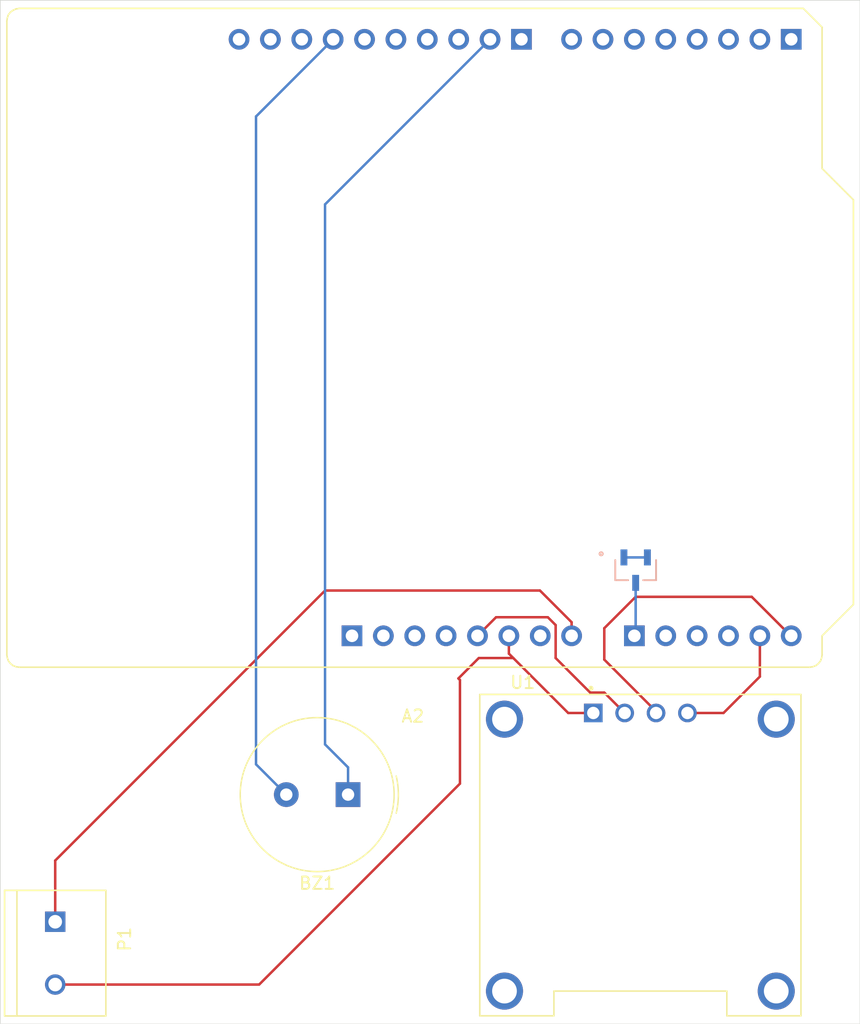
<source format=kicad_pcb>
(kicad_pcb (version 20240108) (generator "pcbnew") (generator_version "8.0")
  (layers (0 "F.Cu" signal) (31 "B.Cu" signal) (34 "B.Paste" user) (35 "F.Paste" user) (36 "B.SilkS" user "B.Silkscreen") (37 "F.SilkS" user "F.Silkscreen") (38 "B.Mask" user) (39 "F.Mask" user) (44 "Edge.Cuts" user))
  (net 0 "")
  (net 1 "Net-(U1-SCL)")
  (net 2 "Net-(U1-SDA)")
  (net 3 "Net-(BZ1--)")
  (net 4 "Net-(U1-GND)")
  (net 9 "Net-(BZ1-+)")
  (net 20 "Net-(U1-VCC_IN)")
  (net 21 "Net-(U2-P1)")
  (net 23 "Net-(A2-PadVIN)")
  (net 24 "Net-(U2-P3)")
  (footprint "ardui o:ARDUINO_A000066" (layer "F.Cu") (at 112.522 102.108)
    (property "Reference" "A2" (at -1.397 30.607 0) (layer "F.SilkS"))
    (property "Value" "A000066")
    (fp_line (start -34.2673 -25.6337) (end -34.225 -25.9087) (stroke (width 0.127)) (layer "F.SilkS"))
    (fp_line (start -34.2673 25.6562) (end -34.2673 -25.6337) (stroke (width 0.127)) (layer "F.SilkS"))
    (fp_line (start -34.225 -25.9087) (end -34.1403 -26.1415) (stroke (width 0.127)) (layer "F.SilkS"))
    (fp_line (start -34.225 25.9101) (end -34.2673 25.6562) (stroke (width 0.127)) (layer "F.SilkS"))
    (fp_line (start -34.1403 -26.1415) (end -33.9711 -26.3531) (stroke (width 0.127)) (layer "F.SilkS"))
    (fp_line (start -34.1403 26.1429) (end -34.225 25.9101) (stroke (width 0.127)) (layer "F.SilkS"))
    (fp_line (start -33.9711 -26.3531) (end -33.7595 -26.5012) (stroke (width 0.127)) (layer "F.SilkS"))
    (fp_line (start -33.9711 26.3545) (end -34.1403 26.1429) (stroke (width 0.127)) (layer "F.SilkS"))
    (fp_line (start -33.7595 -26.5012) (end -33.5267 -26.607) (stroke (width 0.127)) (layer "F.SilkS"))
    (fp_line (start -33.7595 26.5237) (end -33.9711 26.3545) (stroke (width 0.127)) (layer "F.SilkS"))
    (fp_line (start -33.5267 -26.607) (end -33.2728 -26.6493) (stroke (width 0.127)) (layer "F.SilkS"))
    (fp_line (start -33.5267 26.6084) (end -33.7595 26.5237) (stroke (width 0.127)) (layer "F.SilkS"))
    (fp_line (start -33.2728 -26.6493) (end 30.2047 -26.6493) (stroke (width 0.127)) (layer "F.SilkS"))
    (fp_line (start -33.2728 26.6507) (end -33.5267 26.6084) (stroke (width 0.127)) (layer "F.SilkS"))
    (fp_line (start 30.2047 -26.6493) (end 31.7282 -25.1258) (stroke (width 0.127)) (layer "F.SilkS"))
    (fp_line (start 30.7337 26.6507) (end -33.2728 26.6507) (stroke (width 0.127)) (layer "F.SilkS"))
    (fp_line (start 30.9876 26.6084) (end 30.7337 26.6507) (stroke (width 0.127)) (layer "F.SilkS"))
    (fp_line (start 31.2204 26.5237) (end 30.9876 26.6084) (stroke (width 0.127)) (layer "F.SilkS"))
    (fp_line (start 31.432 26.3545) (end 31.2204 26.5237) (stroke (width 0.127)) (layer "F.SilkS"))
    (fp_line (start 31.6013 26.1429) (end 31.432 26.3545) (stroke (width 0.127)) (layer "F.SilkS"))
    (fp_line (start 31.6859 25.9101) (end 31.6013 26.1429) (stroke (width 0.127)) (layer "F.SilkS"))
    (fp_line (start 31.7282 -25.1258) (end 31.7282 -13.6999) (stroke (width 0.127)) (layer "F.SilkS"))
    (fp_line (start 31.7282 -13.6999) (end 34.2673 -11.1608) (stroke (width 0.127)) (layer "F.SilkS"))
    (fp_line (start 31.7282 24.1116) (end 31.7282 25.6562) (stroke (width 0.127)) (layer "F.SilkS"))
    (fp_line (start 31.7282 25.6562) (end 31.6859 25.9101) (stroke (width 0.127)) (layer "F.SilkS"))
    (fp_line (start 34.2673 -11.1608) (end 34.2673 21.5725) (stroke (width 0.127)) (layer "F.SilkS"))
    (fp_line (start 34.2673 21.5725) (end 31.7282 24.1116) (stroke (width 0.127)) (layer "F.SilkS"))
    (pad "" np_thru_hole circle (at -20.2973 24.1093) (size 3.3 3.3) (drill 3.3) (layers "*.Cu" "*.Mask"))
    (pad "" np_thru_hole circle (at -19.0273 -24.1507) (size 3.3 3.3) (drill 3.3) (layers "*.Cu" "*.Mask"))
    (pad "" np_thru_hole circle (at 31.7727 -8.91069) (size 3.3 3.3) (drill 3.3) (layers "*.Cu" "*.Mask"))
    (pad "" np_thru_hole circle (at 31.7727 19.0293) (size 3.3 3.3) (drill 3.3) (layers "*.Cu" "*.Mask"))
    (pad "3V3" thru_hole circle (at 1.29269 24.1093) (size 1.6764 1.6764) (drill 1.016) (layers "*.Cu" "*.Mask"))
    (pad "5V" thru_hole circle (at 3.83269 24.1093) (size 1.6764 1.6764) (drill 1.016) (layers "*.Cu" "*.Mask") (net 20 "Net-(U1-VCC_IN)"))
    (pad "A0" thru_hole rect (at 16.5327 24.1093) (size 1.6764 1.6764) (drill 1.016) (layers "*.Cu" "*.Mask") (net 24 "Net-(U2-P3)"))
    (pad "A1" thru_hole circle (at 19.0727 24.1093) (size 1.6764 1.6764) (drill 1.016) (layers "*.Cu" "*.Mask"))
    (pad "A2" thru_hole circle (at 21.6127 24.1093) (size 1.6764 1.6764) (drill 1.016) (layers "*.Cu" "*.Mask"))
    (pad "A3" thru_hole circle (at 24.1527 24.1093) (size 1.6764 1.6764) (drill 1.016) (layers "*.Cu" "*.Mask"))
    (pad "A4" thru_hole circle (at 26.6927 24.1093) (size 1.6764 1.6764) (drill 1.016) (layers "*.Cu" "*.Mask") (net 2 "Net-(U1-SDA)"))
    (pad "A4_SDA" thru_hole circle (at -12.9313 -24.1507) (size 1.6764 1.6764) (drill 1.016) (layers "*.Cu" "*.Mask"))
    (pad "A5" thru_hole circle (at 29.2327 24.1093) (size 1.6764 1.6764) (drill 1.016) (layers "*.Cu" "*.Mask") (net 1 "Net-(U1-SCL)"))
    (pad "A5_SCL" thru_hole circle (at -15.4713 -24.1507) (size 1.6764 1.6764) (drill 1.016) (layers "*.Cu" "*.Mask"))
    (pad "AREF" thru_hole circle (at -10.3913 -24.1507) (size 1.6764 1.6764) (drill 1.016) (layers "*.Cu" "*.Mask"))
    (pad "D0" thru_hole rect (at 29.2327 -24.1507) (size 1.6764 1.6764) (drill 1.016) (layers "*.Cu" "*.Mask"))
    (pad "D1" thru_hole circle (at 26.6927 -24.1507) (size 1.6764 1.6764) (drill 1.016) (layers "*.Cu" "*.Mask"))
    (pad "D2" thru_hole circle (at 24.1527 -24.1507) (size 1.6764 1.6764) (drill 1.016) (layers "*.Cu" "*.Mask"))
    (pad "D3" thru_hole circle (at 21.6127 -24.1507) (size 1.6764 1.6764) (drill 1.016) (layers "*.Cu" "*.Mask"))
    (pad "D4" thru_hole circle (at 19.0727 -24.1507) (size 1.6764 1.6764) (drill 1.016) (layers "*.Cu" "*.Mask"))
    (pad "D5" thru_hole circle (at 16.5327 -24.1507) (size 1.6764 1.6764) (drill 1.016) (layers "*.Cu" "*.Mask"))
    (pad "D6" thru_hole circle (at 13.9927 -24.1507) (size 1.6764 1.6764) (drill 1.016) (layers "*.Cu" "*.Mask"))
    (pad "D7" thru_hole circle (at 11.4527 -24.1507) (size 1.6764 1.6764) (drill 1.016) (layers "*.Cu" "*.Mask"))
    (pad "D8" thru_hole rect (at 7.38869 -24.1507) (size 1.6764 1.6764) (drill 1.016) (layers "*.Cu" "*.Mask") (net 9 "Net-(BZ1-+)"))
    (pad "D9" thru_hole circle (at 4.84869 -24.1507) (size 1.6764 1.6764) (drill 1.016) (layers "*.Cu" "*.Mask") (net 9 "Net-(BZ1-+)"))
    (pad "D10" thru_hole circle (at 2.30869 -24.1507) (size 1.6764 1.6764) (drill 1.016) (layers "*.Cu" "*.Mask"))
    (pad "D11" thru_hole circle (at -0.231309 -24.1507) (size 1.6764 1.6764) (drill 1.016) (layers "*.Cu" "*.Mask"))
    (pad "D12" thru_hole circle (at -2.77131 -24.1507) (size 1.6764 1.6764) (drill 1.016) (layers "*.Cu" "*.Mask"))
    (pad "D13" thru_hole circle (at -5.31131 -24.1507) (size 1.6764 1.6764) (drill 1.016) (layers "*.Cu" "*.Mask"))
    (pad "GND_1" thru_hole circle (at 8.91269 24.1093) (size 1.6764 1.6764) (drill 1.016) (layers "*.Cu" "*.Mask"))
    (pad "GND_2" thru_hole circle (at 6.37269 24.1093) (size 1.6764 1.6764) (drill 1.016) (layers "*.Cu" "*.Mask") (net 4 "Net-(U1-GND)"))
    (pad "GND_3" thru_hole circle (at -7.85131 -24.1507) (size 1.6764 1.6764) (drill 1.016) (layers "*.Cu" "*.Mask") (net 3 "Net-(BZ1--)"))
    (pad "IOREF" thru_hole circle (at -3.78731 24.1093) (size 1.6764 1.6764) (drill 1.016) (layers "*.Cu" "*.Mask"))
    (pad "P1" thru_hole rect (at -6.32731 24.1093) (size 1.6764 1.6764) (drill 1.016) (layers "*.Cu" "*.Mask"))
    (pad "RST" thru_hole circle (at -1.24731 24.1093) (size 1.6764 1.6764) (drill 1.016) (layers "*.Cu" "*.Mask"))
    (pad "VIN" thru_hole circle (at 11.4527 24.1093) (size 1.6764 1.6764) (drill 1.016) (layers "*.Cu" "*.Mask") (net 23 "Net-(A2-PadVIN)"))
  )
  (footprint "Buzzer_Beeper:Buzzer_TDK_PS1240P02BT_D12.2mm_H6.5mm" (layer "F.Cu") (at 105.875785 139.065 180)
    (property "Reference" "BZ1" (at 2.5 -7.17 360) (layer "F.SilkS"))
    (property "Value" "Buzzer")
    (fp_arc (start -3.9 1.499999) (mid -4.073431 0) (end -3.9 -1.5) (stroke (width 0.12)) (layer "F.SilkS"))
    (fp_circle (center 2.5 0) (end 8.73 0) (stroke (width 0.12)) (fill none) (layer "F.SilkS"))
    (pad "1" thru_hole rect (at 0 0 180) (size 2 2) (drill 1) (layers "*.Cu" "*.Mask") (net 9 "Net-(BZ1-+)"))
    (pad "2" thru_hole circle (at 5 0 180) (size 2 2) (drill 1) (layers "*.Cu" "*.Mask") (net 3 "Net-(BZ1--)"))
  )
  (footprint "2p t:TE_282837-2" (layer "F.Cu") (at 82.169 151.892 -90)
    (property "Reference" "P1" (at -1.127255 -5.614945 90) (layer "F.SilkS") (effects (font (size 1.002039 1.002039))))
    (property "Value" "282837-2")
    (fp_line (start -5.08 4.1) (end -5.08 3.1) (stroke (width 0.127)) (layer "F.SilkS"))
    (fp_line (start 5.08 4.1) (end -5.08 4.1) (stroke (width 0.127)) (layer "F.SilkS"))
    (fp_line (start -5.08 3.1) (end 5.08 3.1) (stroke (width 0.127)) (layer "F.SilkS"))
    (fp_line (start -5.08 3.1) (end -5.08 -4.1) (stroke (width 0.127)) (layer "F.SilkS"))
    (fp_line (start 5.08 3.1) (end 5.08 4.1) (stroke (width 0.127)) (layer "F.SilkS"))
    (fp_line (start -5.08 -4.1) (end 5.08 -4.1) (stroke (width 0.127)) (layer "F.SilkS"))
    (fp_line (start 5.08 -4.1) (end 5.08 3.1) (stroke (width 0.127)) (layer "F.SilkS"))
    (pad "1" thru_hole rect (at -2.54 0 270) (size 1.65 1.65) (drill 1.1) (layers "*.Cu" "*.Mask") (net 23 "Net-(A2-PadVIN)"))
    (pad "2" thru_hole circle (at 2.54 0 270) (size 1.65 1.65) (drill 1.1) (layers "*.Cu" "*.Mask") (net 4 "Net-(U1-GND)"))
  )
  (footprint "oledd:MODULE_DM-OLED096-636" (layer "F.Cu") (at 129.54 143.961)
    (property "Reference" "U1" (at -9.525 -13.97 0) (layer "F.SilkS"))
    (property "Value" "DM-OLED096-636")
    (fp_line (start -13 -13) (end 13 -13) (stroke (width 0.127)) (layer "F.SilkS"))
    (fp_line (start -13 13) (end -13 -13) (stroke (width 0.127)) (layer "F.SilkS"))
    (fp_line (start -7 11) (end -7 13) (stroke (width 0.127)) (layer "F.SilkS"))
    (fp_line (start -7 13) (end -13 13) (stroke (width 0.127)) (layer "F.SilkS"))
    (fp_line (start 7 11) (end -7 11) (stroke (width 0.127)) (layer "F.SilkS"))
    (fp_line (start 7 13) (end 7 11) (stroke (width 0.127)) (layer "F.SilkS"))
    (fp_line (start 13 -13) (end 13 13) (stroke (width 0.127)) (layer "F.SilkS"))
    (fp_line (start 13 13) (end 7 13) (stroke (width 0.127)) (layer "F.SilkS"))
    (fp_circle (center -4 -13.5) (end -3.9 -13.5) (stroke (width 0.2)) (fill none) (layer "F.SilkS"))
    (pad "1" thru_hole rect (at -3.81 -11.5) (size 1.508 1.508) (drill 1) (layers "*.Cu" "*.Mask") (net 4 "Net-(U1-GND)"))
    (pad "2" thru_hole circle (at -1.27 -11.5) (size 1.508 1.508) (drill 1) (layers "*.Cu" "*.Mask") (net 20 "Net-(U1-VCC_IN)"))
    (pad "3" thru_hole circle (at 1.27 -11.5) (size 1.508 1.508) (drill 1) (layers "*.Cu" "*.Mask") (net 1 "Net-(U1-SCL)"))
    (pad "4" thru_hole circle (at 3.81 -11.5) (size 1.508 1.508) (drill 1) (layers "*.Cu" "*.Mask") (net 2 "Net-(U1-SDA)"))
    (pad "S1" thru_hole circle (at -11 -11) (size 3 3) (drill 2) (layers "*.Cu" "*.Mask"))
    (pad "S2" thru_hole circle (at 11 -11) (size 3 3) (drill 2) (layers "*.Cu" "*.Mask"))
    (pad "S3" thru_hole circle (at 11 11) (size 3 3) (drill 2) (layers "*.Cu" "*.Mask"))
    (pad "S4" thru_hole circle (at -11 11) (size 3 3) (drill 2) (layers "*.Cu" "*.Mask"))
  )
  (footprint "vd:21-0051H" (layer "B.Cu") (at 129.159 120.904)
    (property "Reference" "U2" (hide yes))
    (property "Value" "MAX5490MA02000-T")
    (fp_line (start -1.651 -0.8128) (end -1.651 0.8128) (stroke (width 0.1524)) (layer "B.SilkS"))
    (fp_line (start -1.651 0.8128) (end -0.6096 0.8128) (stroke (width 0.1524)) (layer "B.SilkS"))
    (fp_line (start 0.6096 0.8128) (end 1.651 0.8128) (stroke (width 0.1524)) (layer "B.SilkS"))
    (fp_line (start 1.651 0.8128) (end 1.651 -0.8128) (stroke (width 0.1524)) (layer "B.SilkS"))
    (fp_arc (start -2.921 -1.3208) (mid -2.794 -1.4478) (end -2.667 -1.3208) (stroke (width 0.1524)) (layer "B.SilkS"))
    (fp_arc (start -2.667 -1.3208) (mid -2.794 -1.1938) (end -2.921 -1.3208) (stroke (width 0.1524)) (layer "B.SilkS"))
    (pad "1" smd rect (at -0.95 -1.0287) (size 0.5588 1.2954) (layers "B.Cu" "B.Paste" "B.Mask") (net 21 "Net-(U2-P1)"))
    (pad "2" smd rect (at 0.95 -1.0287) (size 0.5588 1.2954) (layers "B.Cu" "B.Paste" "B.Mask") (net 21 "Net-(U2-P1)"))
    (pad "3" smd rect (at 0 1.0287) (size 0.5588 1.2954) (layers "B.Cu" "B.Paste" "B.Mask") (net 24 "Net-(U2-P3)"))
  )
  (gr_rect (start 77.724 74.803) (end 147.32 157.607) (stroke (width 0.05)) (fill none) (layer "Edge.Cuts"))
  (segment (start 129.159 123.063) (end 126.619 125.603) (width 0.2) (layer "F.Cu") (net 1))
  (segment (start 141.7547 126.2173) (end 141.7113 126.2173) (width 0.2) (layer "F.Cu") (net 1))
  (segment (start 138.557 123.063) (end 129.159 123.063) (width 0.2) (layer "F.Cu") (net 1))
  (segment (start 141.7113 126.2173) (end 138.557 123.063) (width 0.2) (layer "F.Cu") (net 1))
  (segment (start 126.619 125.603) (end 126.619 128.143) (width 0.2) (layer "F.Cu") (net 1))
  (segment (start 126.619 128.143) (end 130.81 132.334) (width 0.2) (layer "F.Cu") (net 1))
  (segment (start 130.81 132.334) (end 130.81 132.461) (width 0.2) (layer "F.Cu") (net 1))
  (segment (start 139.2147 129.5173) (end 136.271 132.461) (width 0.2) (layer "F.Cu") (net 2))
  (segment (start 136.271 132.461) (end 133.35 132.461) (width 0.2) (layer "F.Cu") (net 2))
  (segment (start 139.2147 126.2173) (end 139.2147 129.5173) (width 0.2) (layer "F.Cu") (net 2))
  (segment (start 104.67069 77.9573) (end 98.425 84.20299) (width 0.2) (layer "B.Cu") (net 3))
  (segment (start 98.425 84.20299) (end 98.425 136.614215) (width 0.2) (layer "B.Cu") (net 3))
  (segment (start 98.425 136.614215) (end 100.875785 139.065) (width 0.2) (layer "B.Cu") (net 3))
  (segment (start 114.808 129.667) (end 116.459 128.016) (width 0.2) (layer "F.Cu") (net 4))
  (segment (start 123.698 132.461) (end 125.73 132.461) (width 0.2) (layer "F.Cu") (net 4))
  (segment (start 114.935 138.176) (end 114.935 129.794) (width 0.2) (layer "F.Cu") (net 4))
  (segment (start 114.935 129.794) (end 114.808 129.667) (width 0.2) (layer "F.Cu") (net 4))
  (segment (start 118.89469 127.65769) (end 119.253 128.016) (width 0.2) (layer "F.Cu") (net 4))
  (segment (start 118.89469 126.2173) (end 118.89469 127.65769) (width 0.2) (layer "F.Cu") (net 4))
  (segment (start 98.679 154.432) (end 114.935 138.176) (width 0.2) (layer "F.Cu") (net 4))
  (segment (start 118.89469 126.2173) (end 118.89469 126.85031) (width 0.2) (layer "F.Cu") (net 4))
  (segment (start 82.169 154.432) (end 98.679 154.432) (width 0.2) (layer "F.Cu") (net 4))
  (segment (start 116.459 128.016) (end 119.253 128.016) (width 0.2) (layer "F.Cu") (net 4))
  (segment (start 119.253 128.016) (end 123.698 132.461) (width 0.2) (layer "F.Cu") (net 4))
  (segment (start 104.013 135.001) (end 105.875785 136.863785) (width 0.2) (layer "B.Cu") (net 9))
  (segment (start 117.37069 77.9573) (end 104.013 91.31499) (width 0.2) (layer "B.Cu") (net 9))
  (segment (start 105.875785 136.863785) (end 105.875785 139.065) (width 0.2) (layer "B.Cu") (net 9))
  (segment (start 104.013 91.31499) (end 104.013 135.001) (width 0.2) (layer "B.Cu") (net 9))
  (segment (start 126.619 130.81) (end 128.27 132.461) (width 0.2) (layer "F.Cu") (net 20))
  (segment (start 116.35469 126.2173) (end 117.85799 124.714) (width 0.2) (layer "F.Cu") (net 20))
  (segment (start 125.476 130.81) (end 126.619 130.81) (width 0.2) (layer "F.Cu") (net 20))
  (segment (start 122.682 128.016) (end 125.476 130.81) (width 0.2) (layer "F.Cu") (net 20))
  (segment (start 122.682 125.349) (end 122.682 128.016) (width 0.2) (layer "F.Cu") (net 20))
  (segment (start 117.85799 124.714) (end 122.047 124.714) (width 0.2) (layer "F.Cu") (net 20))
  (segment (start 122.047 124.714) (end 122.682 125.349) (width 0.2) (layer "F.Cu") (net 20))
  (segment (start 128.209 119.8753) (end 130.109 119.8753) (width 0.2) (layer "B.Cu") (net 21))
  (segment (start 104.013 122.555) (end 82.169 144.399) (width 0.2) (layer "F.Cu") (net 23))
  (segment (start 121.412 122.555) (end 104.013 122.555) (width 0.2) (layer "F.Cu") (net 23))
  (segment (start 123.9747 126.2173) (end 123.9747 125.1177) (width 0.2) (layer "F.Cu") (net 23))
  (segment (start 123.9747 125.1177) (end 121.412 122.555) (width 0.2) (layer "F.Cu") (net 23))
  (segment (start 82.169 144.399) (end 82.169 149.352) (width 0.2) (layer "F.Cu") (net 23))
  (segment (start 129.159 121.9327) (end 129.159 126.113) (width 0.2) (layer "B.Cu") (net 24))
  (segment (start 129.032 126.1946) (end 129.0547 126.2173) (width 0.2) (layer "B.Cu") (net 24))
  (segment (start 129.159 126.113) (end 129.0547 126.2173) (width 0.2) (layer "B.Cu") (net 24))
)
</source>
